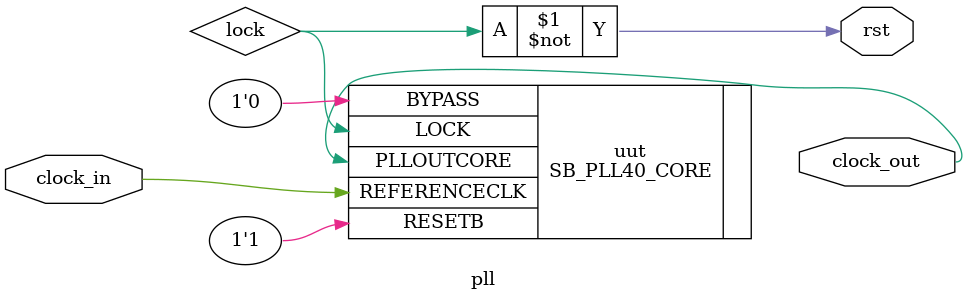
<source format=v>
module pll(
  input  clock_in,
  output clock_out,
  output rst
);
  wire lock;
  assign rst = ~lock;
  SB_PLL40_CORE #(.FEEDBACK_PATH("SIMPLE"),
                  .PLLOUT_SELECT("GENCLK"),
                  .DIVR(4'b0000),
                  .DIVF(7'b1000010),
                  .DIVQ(3'b100),
                  .FILTER_RANGE(3'b001),
                 ) uut (
                         .REFERENCECLK(clock_in),
                         .PLLOUTCORE(clock_out),
                         .RESETB(1'b1),
                         .BYPASS(1'b0),
                         .LOCK(lock)
                        );

endmodule

</source>
